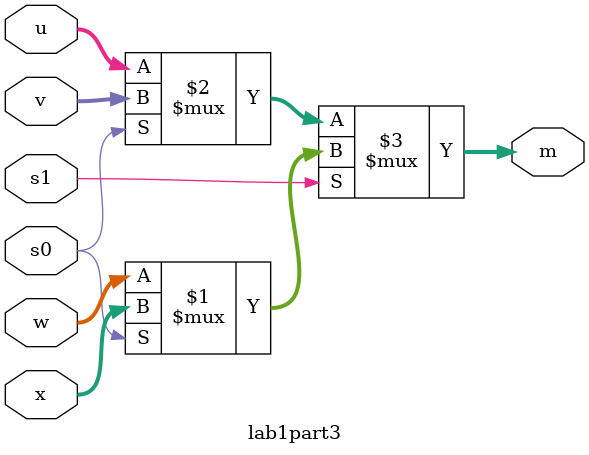
<source format=v>
module lab1part3(m,s0,s1,u,v,w,x); //4 to 1 Multiplexer 
output [1:0] m;
input [1:0]u,v,w,x;
input s0,s1;
assign m = s1? (s0? x:w):(s0? v:u);
endmodule 

</source>
